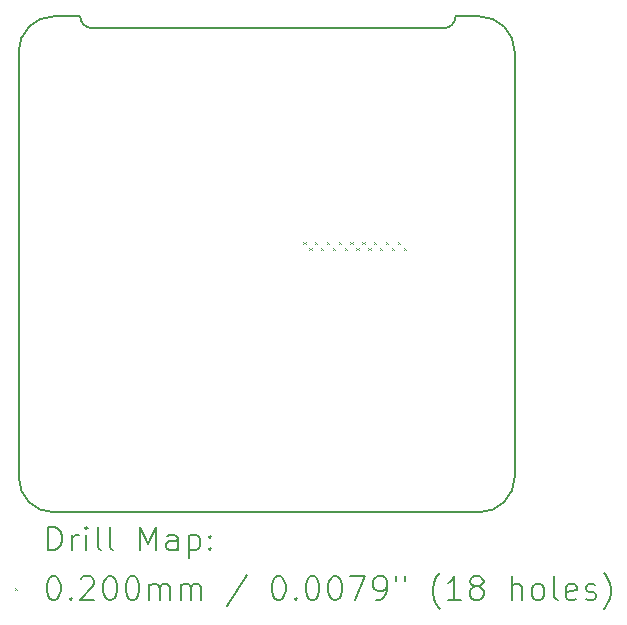
<source format=gbr>
%TF.GenerationSoftware,KiCad,Pcbnew,7.0.6*%
%TF.CreationDate,2023-09-14T09:41:23+02:00*%
%TF.ProjectId,V8,56382e6b-6963-4616-945f-706362585858,rev?*%
%TF.SameCoordinates,Original*%
%TF.FileFunction,Drillmap*%
%TF.FilePolarity,Positive*%
%FSLAX45Y45*%
G04 Gerber Fmt 4.5, Leading zero omitted, Abs format (unit mm)*
G04 Created by KiCad (PCBNEW 7.0.6) date 2023-09-14 09:41:23*
%MOMM*%
%LPD*%
G01*
G04 APERTURE LIST*
%ADD10C,0.200000*%
%ADD11C,0.020000*%
G04 APERTURE END LIST*
D10*
X13520355Y-8000000D02*
X16499645Y-8000000D01*
X12900000Y-8200000D02*
X12900000Y-11800000D01*
X16800000Y-12100000D02*
G75*
G03*
X17100000Y-11800000I0J300000D01*
G01*
X13199645Y-7900000D02*
X13420355Y-7900000D01*
X16600000Y-7900000D02*
X16800000Y-7900000D01*
X17100000Y-11800000D02*
X17100000Y-8200000D01*
X12900000Y-11800000D02*
G75*
G03*
X13200000Y-12100000I300000J0D01*
G01*
X17100000Y-8200000D02*
G75*
G03*
X16800000Y-7900000I-300000J0D01*
G01*
X13200000Y-7900000D02*
G75*
G03*
X12900000Y-8200000I0J-300000D01*
G01*
X16500000Y-8000000D02*
G75*
G03*
X16600000Y-7900000I0J100000D01*
G01*
X13200000Y-12100000D02*
X16800000Y-12100000D01*
X13420710Y-7900000D02*
G75*
G03*
X13520711Y-8000000I100000J0D01*
G01*
D11*
X15310000Y-9810000D02*
X15330000Y-9830000D01*
X15330000Y-9810000D02*
X15310000Y-9830000D01*
X15360000Y-9860000D02*
X15380000Y-9880000D01*
X15380000Y-9860000D02*
X15360000Y-9880000D01*
X15410000Y-9810000D02*
X15430000Y-9830000D01*
X15430000Y-9810000D02*
X15410000Y-9830000D01*
X15460000Y-9860000D02*
X15480000Y-9880000D01*
X15480000Y-9860000D02*
X15460000Y-9880000D01*
X15510000Y-9810000D02*
X15530000Y-9830000D01*
X15530000Y-9810000D02*
X15510000Y-9830000D01*
X15560000Y-9860000D02*
X15580000Y-9880000D01*
X15580000Y-9860000D02*
X15560000Y-9880000D01*
X15610000Y-9810000D02*
X15630000Y-9830000D01*
X15630000Y-9810000D02*
X15610000Y-9830000D01*
X15660000Y-9860000D02*
X15680000Y-9880000D01*
X15680000Y-9860000D02*
X15660000Y-9880000D01*
X15710000Y-9810000D02*
X15730000Y-9830000D01*
X15730000Y-9810000D02*
X15710000Y-9830000D01*
X15760000Y-9860000D02*
X15780000Y-9880000D01*
X15780000Y-9860000D02*
X15760000Y-9880000D01*
X15810000Y-9810000D02*
X15830000Y-9830000D01*
X15830000Y-9810000D02*
X15810000Y-9830000D01*
X15860000Y-9860000D02*
X15880000Y-9880000D01*
X15880000Y-9860000D02*
X15860000Y-9880000D01*
X15910000Y-9810000D02*
X15930000Y-9830000D01*
X15930000Y-9810000D02*
X15910000Y-9830000D01*
X15960000Y-9860000D02*
X15980000Y-9880000D01*
X15980000Y-9860000D02*
X15960000Y-9880000D01*
X16010000Y-9810000D02*
X16030000Y-9830000D01*
X16030000Y-9810000D02*
X16010000Y-9830000D01*
X16060000Y-9860000D02*
X16080000Y-9880000D01*
X16080000Y-9860000D02*
X16060000Y-9880000D01*
X16110000Y-9810000D02*
X16130000Y-9830000D01*
X16130000Y-9810000D02*
X16110000Y-9830000D01*
X16160000Y-9860000D02*
X16180000Y-9880000D01*
X16180000Y-9860000D02*
X16160000Y-9880000D01*
D10*
X13150777Y-12421484D02*
X13150777Y-12221484D01*
X13150777Y-12221484D02*
X13198396Y-12221484D01*
X13198396Y-12221484D02*
X13226967Y-12231008D01*
X13226967Y-12231008D02*
X13246015Y-12250055D01*
X13246015Y-12250055D02*
X13255539Y-12269103D01*
X13255539Y-12269103D02*
X13265062Y-12307198D01*
X13265062Y-12307198D02*
X13265062Y-12335769D01*
X13265062Y-12335769D02*
X13255539Y-12373865D01*
X13255539Y-12373865D02*
X13246015Y-12392912D01*
X13246015Y-12392912D02*
X13226967Y-12411960D01*
X13226967Y-12411960D02*
X13198396Y-12421484D01*
X13198396Y-12421484D02*
X13150777Y-12421484D01*
X13350777Y-12421484D02*
X13350777Y-12288150D01*
X13350777Y-12326246D02*
X13360301Y-12307198D01*
X13360301Y-12307198D02*
X13369824Y-12297674D01*
X13369824Y-12297674D02*
X13388872Y-12288150D01*
X13388872Y-12288150D02*
X13407920Y-12288150D01*
X13474586Y-12421484D02*
X13474586Y-12288150D01*
X13474586Y-12221484D02*
X13465062Y-12231008D01*
X13465062Y-12231008D02*
X13474586Y-12240531D01*
X13474586Y-12240531D02*
X13484110Y-12231008D01*
X13484110Y-12231008D02*
X13474586Y-12221484D01*
X13474586Y-12221484D02*
X13474586Y-12240531D01*
X13598396Y-12421484D02*
X13579348Y-12411960D01*
X13579348Y-12411960D02*
X13569824Y-12392912D01*
X13569824Y-12392912D02*
X13569824Y-12221484D01*
X13703158Y-12421484D02*
X13684110Y-12411960D01*
X13684110Y-12411960D02*
X13674586Y-12392912D01*
X13674586Y-12392912D02*
X13674586Y-12221484D01*
X13931729Y-12421484D02*
X13931729Y-12221484D01*
X13931729Y-12221484D02*
X13998396Y-12364341D01*
X13998396Y-12364341D02*
X14065062Y-12221484D01*
X14065062Y-12221484D02*
X14065062Y-12421484D01*
X14246015Y-12421484D02*
X14246015Y-12316722D01*
X14246015Y-12316722D02*
X14236491Y-12297674D01*
X14236491Y-12297674D02*
X14217443Y-12288150D01*
X14217443Y-12288150D02*
X14179348Y-12288150D01*
X14179348Y-12288150D02*
X14160301Y-12297674D01*
X14246015Y-12411960D02*
X14226967Y-12421484D01*
X14226967Y-12421484D02*
X14179348Y-12421484D01*
X14179348Y-12421484D02*
X14160301Y-12411960D01*
X14160301Y-12411960D02*
X14150777Y-12392912D01*
X14150777Y-12392912D02*
X14150777Y-12373865D01*
X14150777Y-12373865D02*
X14160301Y-12354817D01*
X14160301Y-12354817D02*
X14179348Y-12345293D01*
X14179348Y-12345293D02*
X14226967Y-12345293D01*
X14226967Y-12345293D02*
X14246015Y-12335769D01*
X14341253Y-12288150D02*
X14341253Y-12488150D01*
X14341253Y-12297674D02*
X14360301Y-12288150D01*
X14360301Y-12288150D02*
X14398396Y-12288150D01*
X14398396Y-12288150D02*
X14417443Y-12297674D01*
X14417443Y-12297674D02*
X14426967Y-12307198D01*
X14426967Y-12307198D02*
X14436491Y-12326246D01*
X14436491Y-12326246D02*
X14436491Y-12383388D01*
X14436491Y-12383388D02*
X14426967Y-12402436D01*
X14426967Y-12402436D02*
X14417443Y-12411960D01*
X14417443Y-12411960D02*
X14398396Y-12421484D01*
X14398396Y-12421484D02*
X14360301Y-12421484D01*
X14360301Y-12421484D02*
X14341253Y-12411960D01*
X14522205Y-12402436D02*
X14531729Y-12411960D01*
X14531729Y-12411960D02*
X14522205Y-12421484D01*
X14522205Y-12421484D02*
X14512682Y-12411960D01*
X14512682Y-12411960D02*
X14522205Y-12402436D01*
X14522205Y-12402436D02*
X14522205Y-12421484D01*
X14522205Y-12297674D02*
X14531729Y-12307198D01*
X14531729Y-12307198D02*
X14522205Y-12316722D01*
X14522205Y-12316722D02*
X14512682Y-12307198D01*
X14512682Y-12307198D02*
X14522205Y-12297674D01*
X14522205Y-12297674D02*
X14522205Y-12316722D01*
D11*
X12870000Y-12740000D02*
X12890000Y-12760000D01*
X12890000Y-12740000D02*
X12870000Y-12760000D01*
D10*
X13188872Y-12641484D02*
X13207920Y-12641484D01*
X13207920Y-12641484D02*
X13226967Y-12651008D01*
X13226967Y-12651008D02*
X13236491Y-12660531D01*
X13236491Y-12660531D02*
X13246015Y-12679579D01*
X13246015Y-12679579D02*
X13255539Y-12717674D01*
X13255539Y-12717674D02*
X13255539Y-12765293D01*
X13255539Y-12765293D02*
X13246015Y-12803388D01*
X13246015Y-12803388D02*
X13236491Y-12822436D01*
X13236491Y-12822436D02*
X13226967Y-12831960D01*
X13226967Y-12831960D02*
X13207920Y-12841484D01*
X13207920Y-12841484D02*
X13188872Y-12841484D01*
X13188872Y-12841484D02*
X13169824Y-12831960D01*
X13169824Y-12831960D02*
X13160301Y-12822436D01*
X13160301Y-12822436D02*
X13150777Y-12803388D01*
X13150777Y-12803388D02*
X13141253Y-12765293D01*
X13141253Y-12765293D02*
X13141253Y-12717674D01*
X13141253Y-12717674D02*
X13150777Y-12679579D01*
X13150777Y-12679579D02*
X13160301Y-12660531D01*
X13160301Y-12660531D02*
X13169824Y-12651008D01*
X13169824Y-12651008D02*
X13188872Y-12641484D01*
X13341253Y-12822436D02*
X13350777Y-12831960D01*
X13350777Y-12831960D02*
X13341253Y-12841484D01*
X13341253Y-12841484D02*
X13331729Y-12831960D01*
X13331729Y-12831960D02*
X13341253Y-12822436D01*
X13341253Y-12822436D02*
X13341253Y-12841484D01*
X13426967Y-12660531D02*
X13436491Y-12651008D01*
X13436491Y-12651008D02*
X13455539Y-12641484D01*
X13455539Y-12641484D02*
X13503158Y-12641484D01*
X13503158Y-12641484D02*
X13522205Y-12651008D01*
X13522205Y-12651008D02*
X13531729Y-12660531D01*
X13531729Y-12660531D02*
X13541253Y-12679579D01*
X13541253Y-12679579D02*
X13541253Y-12698627D01*
X13541253Y-12698627D02*
X13531729Y-12727198D01*
X13531729Y-12727198D02*
X13417443Y-12841484D01*
X13417443Y-12841484D02*
X13541253Y-12841484D01*
X13665062Y-12641484D02*
X13684110Y-12641484D01*
X13684110Y-12641484D02*
X13703158Y-12651008D01*
X13703158Y-12651008D02*
X13712682Y-12660531D01*
X13712682Y-12660531D02*
X13722205Y-12679579D01*
X13722205Y-12679579D02*
X13731729Y-12717674D01*
X13731729Y-12717674D02*
X13731729Y-12765293D01*
X13731729Y-12765293D02*
X13722205Y-12803388D01*
X13722205Y-12803388D02*
X13712682Y-12822436D01*
X13712682Y-12822436D02*
X13703158Y-12831960D01*
X13703158Y-12831960D02*
X13684110Y-12841484D01*
X13684110Y-12841484D02*
X13665062Y-12841484D01*
X13665062Y-12841484D02*
X13646015Y-12831960D01*
X13646015Y-12831960D02*
X13636491Y-12822436D01*
X13636491Y-12822436D02*
X13626967Y-12803388D01*
X13626967Y-12803388D02*
X13617443Y-12765293D01*
X13617443Y-12765293D02*
X13617443Y-12717674D01*
X13617443Y-12717674D02*
X13626967Y-12679579D01*
X13626967Y-12679579D02*
X13636491Y-12660531D01*
X13636491Y-12660531D02*
X13646015Y-12651008D01*
X13646015Y-12651008D02*
X13665062Y-12641484D01*
X13855539Y-12641484D02*
X13874586Y-12641484D01*
X13874586Y-12641484D02*
X13893634Y-12651008D01*
X13893634Y-12651008D02*
X13903158Y-12660531D01*
X13903158Y-12660531D02*
X13912682Y-12679579D01*
X13912682Y-12679579D02*
X13922205Y-12717674D01*
X13922205Y-12717674D02*
X13922205Y-12765293D01*
X13922205Y-12765293D02*
X13912682Y-12803388D01*
X13912682Y-12803388D02*
X13903158Y-12822436D01*
X13903158Y-12822436D02*
X13893634Y-12831960D01*
X13893634Y-12831960D02*
X13874586Y-12841484D01*
X13874586Y-12841484D02*
X13855539Y-12841484D01*
X13855539Y-12841484D02*
X13836491Y-12831960D01*
X13836491Y-12831960D02*
X13826967Y-12822436D01*
X13826967Y-12822436D02*
X13817443Y-12803388D01*
X13817443Y-12803388D02*
X13807920Y-12765293D01*
X13807920Y-12765293D02*
X13807920Y-12717674D01*
X13807920Y-12717674D02*
X13817443Y-12679579D01*
X13817443Y-12679579D02*
X13826967Y-12660531D01*
X13826967Y-12660531D02*
X13836491Y-12651008D01*
X13836491Y-12651008D02*
X13855539Y-12641484D01*
X14007920Y-12841484D02*
X14007920Y-12708150D01*
X14007920Y-12727198D02*
X14017443Y-12717674D01*
X14017443Y-12717674D02*
X14036491Y-12708150D01*
X14036491Y-12708150D02*
X14065063Y-12708150D01*
X14065063Y-12708150D02*
X14084110Y-12717674D01*
X14084110Y-12717674D02*
X14093634Y-12736722D01*
X14093634Y-12736722D02*
X14093634Y-12841484D01*
X14093634Y-12736722D02*
X14103158Y-12717674D01*
X14103158Y-12717674D02*
X14122205Y-12708150D01*
X14122205Y-12708150D02*
X14150777Y-12708150D01*
X14150777Y-12708150D02*
X14169824Y-12717674D01*
X14169824Y-12717674D02*
X14179348Y-12736722D01*
X14179348Y-12736722D02*
X14179348Y-12841484D01*
X14274586Y-12841484D02*
X14274586Y-12708150D01*
X14274586Y-12727198D02*
X14284110Y-12717674D01*
X14284110Y-12717674D02*
X14303158Y-12708150D01*
X14303158Y-12708150D02*
X14331729Y-12708150D01*
X14331729Y-12708150D02*
X14350777Y-12717674D01*
X14350777Y-12717674D02*
X14360301Y-12736722D01*
X14360301Y-12736722D02*
X14360301Y-12841484D01*
X14360301Y-12736722D02*
X14369824Y-12717674D01*
X14369824Y-12717674D02*
X14388872Y-12708150D01*
X14388872Y-12708150D02*
X14417443Y-12708150D01*
X14417443Y-12708150D02*
X14436491Y-12717674D01*
X14436491Y-12717674D02*
X14446015Y-12736722D01*
X14446015Y-12736722D02*
X14446015Y-12841484D01*
X14836491Y-12631960D02*
X14665063Y-12889103D01*
X15093634Y-12641484D02*
X15112682Y-12641484D01*
X15112682Y-12641484D02*
X15131729Y-12651008D01*
X15131729Y-12651008D02*
X15141253Y-12660531D01*
X15141253Y-12660531D02*
X15150777Y-12679579D01*
X15150777Y-12679579D02*
X15160301Y-12717674D01*
X15160301Y-12717674D02*
X15160301Y-12765293D01*
X15160301Y-12765293D02*
X15150777Y-12803388D01*
X15150777Y-12803388D02*
X15141253Y-12822436D01*
X15141253Y-12822436D02*
X15131729Y-12831960D01*
X15131729Y-12831960D02*
X15112682Y-12841484D01*
X15112682Y-12841484D02*
X15093634Y-12841484D01*
X15093634Y-12841484D02*
X15074586Y-12831960D01*
X15074586Y-12831960D02*
X15065063Y-12822436D01*
X15065063Y-12822436D02*
X15055539Y-12803388D01*
X15055539Y-12803388D02*
X15046015Y-12765293D01*
X15046015Y-12765293D02*
X15046015Y-12717674D01*
X15046015Y-12717674D02*
X15055539Y-12679579D01*
X15055539Y-12679579D02*
X15065063Y-12660531D01*
X15065063Y-12660531D02*
X15074586Y-12651008D01*
X15074586Y-12651008D02*
X15093634Y-12641484D01*
X15246015Y-12822436D02*
X15255539Y-12831960D01*
X15255539Y-12831960D02*
X15246015Y-12841484D01*
X15246015Y-12841484D02*
X15236491Y-12831960D01*
X15236491Y-12831960D02*
X15246015Y-12822436D01*
X15246015Y-12822436D02*
X15246015Y-12841484D01*
X15379348Y-12641484D02*
X15398396Y-12641484D01*
X15398396Y-12641484D02*
X15417444Y-12651008D01*
X15417444Y-12651008D02*
X15426967Y-12660531D01*
X15426967Y-12660531D02*
X15436491Y-12679579D01*
X15436491Y-12679579D02*
X15446015Y-12717674D01*
X15446015Y-12717674D02*
X15446015Y-12765293D01*
X15446015Y-12765293D02*
X15436491Y-12803388D01*
X15436491Y-12803388D02*
X15426967Y-12822436D01*
X15426967Y-12822436D02*
X15417444Y-12831960D01*
X15417444Y-12831960D02*
X15398396Y-12841484D01*
X15398396Y-12841484D02*
X15379348Y-12841484D01*
X15379348Y-12841484D02*
X15360301Y-12831960D01*
X15360301Y-12831960D02*
X15350777Y-12822436D01*
X15350777Y-12822436D02*
X15341253Y-12803388D01*
X15341253Y-12803388D02*
X15331729Y-12765293D01*
X15331729Y-12765293D02*
X15331729Y-12717674D01*
X15331729Y-12717674D02*
X15341253Y-12679579D01*
X15341253Y-12679579D02*
X15350777Y-12660531D01*
X15350777Y-12660531D02*
X15360301Y-12651008D01*
X15360301Y-12651008D02*
X15379348Y-12641484D01*
X15569825Y-12641484D02*
X15588872Y-12641484D01*
X15588872Y-12641484D02*
X15607920Y-12651008D01*
X15607920Y-12651008D02*
X15617444Y-12660531D01*
X15617444Y-12660531D02*
X15626967Y-12679579D01*
X15626967Y-12679579D02*
X15636491Y-12717674D01*
X15636491Y-12717674D02*
X15636491Y-12765293D01*
X15636491Y-12765293D02*
X15626967Y-12803388D01*
X15626967Y-12803388D02*
X15617444Y-12822436D01*
X15617444Y-12822436D02*
X15607920Y-12831960D01*
X15607920Y-12831960D02*
X15588872Y-12841484D01*
X15588872Y-12841484D02*
X15569825Y-12841484D01*
X15569825Y-12841484D02*
X15550777Y-12831960D01*
X15550777Y-12831960D02*
X15541253Y-12822436D01*
X15541253Y-12822436D02*
X15531729Y-12803388D01*
X15531729Y-12803388D02*
X15522206Y-12765293D01*
X15522206Y-12765293D02*
X15522206Y-12717674D01*
X15522206Y-12717674D02*
X15531729Y-12679579D01*
X15531729Y-12679579D02*
X15541253Y-12660531D01*
X15541253Y-12660531D02*
X15550777Y-12651008D01*
X15550777Y-12651008D02*
X15569825Y-12641484D01*
X15703158Y-12641484D02*
X15836491Y-12641484D01*
X15836491Y-12641484D02*
X15750777Y-12841484D01*
X15922206Y-12841484D02*
X15960301Y-12841484D01*
X15960301Y-12841484D02*
X15979348Y-12831960D01*
X15979348Y-12831960D02*
X15988872Y-12822436D01*
X15988872Y-12822436D02*
X16007920Y-12793865D01*
X16007920Y-12793865D02*
X16017444Y-12755769D01*
X16017444Y-12755769D02*
X16017444Y-12679579D01*
X16017444Y-12679579D02*
X16007920Y-12660531D01*
X16007920Y-12660531D02*
X15998396Y-12651008D01*
X15998396Y-12651008D02*
X15979348Y-12641484D01*
X15979348Y-12641484D02*
X15941253Y-12641484D01*
X15941253Y-12641484D02*
X15922206Y-12651008D01*
X15922206Y-12651008D02*
X15912682Y-12660531D01*
X15912682Y-12660531D02*
X15903158Y-12679579D01*
X15903158Y-12679579D02*
X15903158Y-12727198D01*
X15903158Y-12727198D02*
X15912682Y-12746246D01*
X15912682Y-12746246D02*
X15922206Y-12755769D01*
X15922206Y-12755769D02*
X15941253Y-12765293D01*
X15941253Y-12765293D02*
X15979348Y-12765293D01*
X15979348Y-12765293D02*
X15998396Y-12755769D01*
X15998396Y-12755769D02*
X16007920Y-12746246D01*
X16007920Y-12746246D02*
X16017444Y-12727198D01*
X16093634Y-12641484D02*
X16093634Y-12679579D01*
X16169825Y-12641484D02*
X16169825Y-12679579D01*
X16465063Y-12917674D02*
X16455539Y-12908150D01*
X16455539Y-12908150D02*
X16436491Y-12879579D01*
X16436491Y-12879579D02*
X16426968Y-12860531D01*
X16426968Y-12860531D02*
X16417444Y-12831960D01*
X16417444Y-12831960D02*
X16407920Y-12784341D01*
X16407920Y-12784341D02*
X16407920Y-12746246D01*
X16407920Y-12746246D02*
X16417444Y-12698627D01*
X16417444Y-12698627D02*
X16426968Y-12670055D01*
X16426968Y-12670055D02*
X16436491Y-12651008D01*
X16436491Y-12651008D02*
X16455539Y-12622436D01*
X16455539Y-12622436D02*
X16465063Y-12612912D01*
X16646015Y-12841484D02*
X16531729Y-12841484D01*
X16588872Y-12841484D02*
X16588872Y-12641484D01*
X16588872Y-12641484D02*
X16569825Y-12670055D01*
X16569825Y-12670055D02*
X16550777Y-12689103D01*
X16550777Y-12689103D02*
X16531729Y-12698627D01*
X16760301Y-12727198D02*
X16741253Y-12717674D01*
X16741253Y-12717674D02*
X16731729Y-12708150D01*
X16731729Y-12708150D02*
X16722206Y-12689103D01*
X16722206Y-12689103D02*
X16722206Y-12679579D01*
X16722206Y-12679579D02*
X16731729Y-12660531D01*
X16731729Y-12660531D02*
X16741253Y-12651008D01*
X16741253Y-12651008D02*
X16760301Y-12641484D01*
X16760301Y-12641484D02*
X16798396Y-12641484D01*
X16798396Y-12641484D02*
X16817444Y-12651008D01*
X16817444Y-12651008D02*
X16826968Y-12660531D01*
X16826968Y-12660531D02*
X16836491Y-12679579D01*
X16836491Y-12679579D02*
X16836491Y-12689103D01*
X16836491Y-12689103D02*
X16826968Y-12708150D01*
X16826968Y-12708150D02*
X16817444Y-12717674D01*
X16817444Y-12717674D02*
X16798396Y-12727198D01*
X16798396Y-12727198D02*
X16760301Y-12727198D01*
X16760301Y-12727198D02*
X16741253Y-12736722D01*
X16741253Y-12736722D02*
X16731729Y-12746246D01*
X16731729Y-12746246D02*
X16722206Y-12765293D01*
X16722206Y-12765293D02*
X16722206Y-12803388D01*
X16722206Y-12803388D02*
X16731729Y-12822436D01*
X16731729Y-12822436D02*
X16741253Y-12831960D01*
X16741253Y-12831960D02*
X16760301Y-12841484D01*
X16760301Y-12841484D02*
X16798396Y-12841484D01*
X16798396Y-12841484D02*
X16817444Y-12831960D01*
X16817444Y-12831960D02*
X16826968Y-12822436D01*
X16826968Y-12822436D02*
X16836491Y-12803388D01*
X16836491Y-12803388D02*
X16836491Y-12765293D01*
X16836491Y-12765293D02*
X16826968Y-12746246D01*
X16826968Y-12746246D02*
X16817444Y-12736722D01*
X16817444Y-12736722D02*
X16798396Y-12727198D01*
X17074587Y-12841484D02*
X17074587Y-12641484D01*
X17160301Y-12841484D02*
X17160301Y-12736722D01*
X17160301Y-12736722D02*
X17150777Y-12717674D01*
X17150777Y-12717674D02*
X17131730Y-12708150D01*
X17131730Y-12708150D02*
X17103158Y-12708150D01*
X17103158Y-12708150D02*
X17084111Y-12717674D01*
X17084111Y-12717674D02*
X17074587Y-12727198D01*
X17284111Y-12841484D02*
X17265063Y-12831960D01*
X17265063Y-12831960D02*
X17255539Y-12822436D01*
X17255539Y-12822436D02*
X17246015Y-12803388D01*
X17246015Y-12803388D02*
X17246015Y-12746246D01*
X17246015Y-12746246D02*
X17255539Y-12727198D01*
X17255539Y-12727198D02*
X17265063Y-12717674D01*
X17265063Y-12717674D02*
X17284111Y-12708150D01*
X17284111Y-12708150D02*
X17312682Y-12708150D01*
X17312682Y-12708150D02*
X17331730Y-12717674D01*
X17331730Y-12717674D02*
X17341253Y-12727198D01*
X17341253Y-12727198D02*
X17350777Y-12746246D01*
X17350777Y-12746246D02*
X17350777Y-12803388D01*
X17350777Y-12803388D02*
X17341253Y-12822436D01*
X17341253Y-12822436D02*
X17331730Y-12831960D01*
X17331730Y-12831960D02*
X17312682Y-12841484D01*
X17312682Y-12841484D02*
X17284111Y-12841484D01*
X17465063Y-12841484D02*
X17446015Y-12831960D01*
X17446015Y-12831960D02*
X17436492Y-12812912D01*
X17436492Y-12812912D02*
X17436492Y-12641484D01*
X17617444Y-12831960D02*
X17598396Y-12841484D01*
X17598396Y-12841484D02*
X17560301Y-12841484D01*
X17560301Y-12841484D02*
X17541253Y-12831960D01*
X17541253Y-12831960D02*
X17531730Y-12812912D01*
X17531730Y-12812912D02*
X17531730Y-12736722D01*
X17531730Y-12736722D02*
X17541253Y-12717674D01*
X17541253Y-12717674D02*
X17560301Y-12708150D01*
X17560301Y-12708150D02*
X17598396Y-12708150D01*
X17598396Y-12708150D02*
X17617444Y-12717674D01*
X17617444Y-12717674D02*
X17626968Y-12736722D01*
X17626968Y-12736722D02*
X17626968Y-12755769D01*
X17626968Y-12755769D02*
X17531730Y-12774817D01*
X17703158Y-12831960D02*
X17722206Y-12841484D01*
X17722206Y-12841484D02*
X17760301Y-12841484D01*
X17760301Y-12841484D02*
X17779349Y-12831960D01*
X17779349Y-12831960D02*
X17788873Y-12812912D01*
X17788873Y-12812912D02*
X17788873Y-12803388D01*
X17788873Y-12803388D02*
X17779349Y-12784341D01*
X17779349Y-12784341D02*
X17760301Y-12774817D01*
X17760301Y-12774817D02*
X17731730Y-12774817D01*
X17731730Y-12774817D02*
X17712682Y-12765293D01*
X17712682Y-12765293D02*
X17703158Y-12746246D01*
X17703158Y-12746246D02*
X17703158Y-12736722D01*
X17703158Y-12736722D02*
X17712682Y-12717674D01*
X17712682Y-12717674D02*
X17731730Y-12708150D01*
X17731730Y-12708150D02*
X17760301Y-12708150D01*
X17760301Y-12708150D02*
X17779349Y-12717674D01*
X17855539Y-12917674D02*
X17865063Y-12908150D01*
X17865063Y-12908150D02*
X17884111Y-12879579D01*
X17884111Y-12879579D02*
X17893634Y-12860531D01*
X17893634Y-12860531D02*
X17903158Y-12831960D01*
X17903158Y-12831960D02*
X17912682Y-12784341D01*
X17912682Y-12784341D02*
X17912682Y-12746246D01*
X17912682Y-12746246D02*
X17903158Y-12698627D01*
X17903158Y-12698627D02*
X17893634Y-12670055D01*
X17893634Y-12670055D02*
X17884111Y-12651008D01*
X17884111Y-12651008D02*
X17865063Y-12622436D01*
X17865063Y-12622436D02*
X17855539Y-12612912D01*
M02*

</source>
